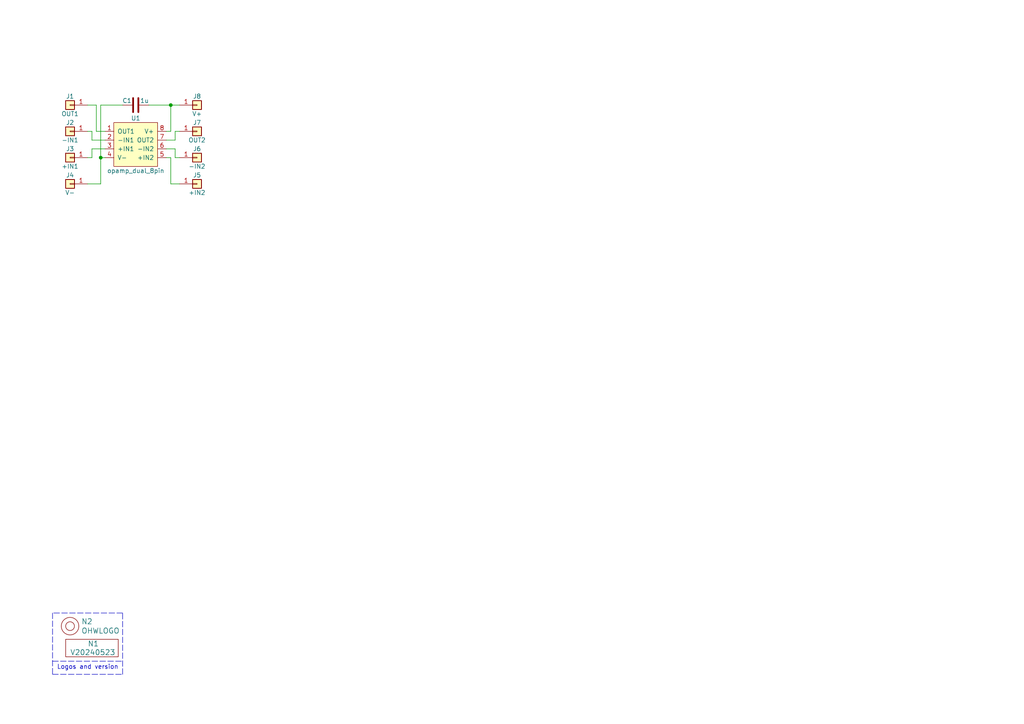
<source format=kicad_sch>
(kicad_sch (version 20230121) (generator eeschema)
  (paper "A4")
  (lib_symbols
    (symbol "Connector_Generic:Conn_01x01" (pin_names (offset 1.016) hide)
      (property "Reference" "J" (at 0 2.54 0))
      (property "Value" "Conn_01x01" (at 0 -2.54 0))
      (symbol "Conn_01x01_1_1"
        (rectangle (start -1.27 0.127) (end 0 -0.127) (stroke (width 0.1524)))
        (rectangle (start -1.27 1.27) (end 1.27 -1.27) (stroke (width 0.254)) (fill (type background)))
        (pin passive line (at -5.08 0 0) (length 3.81) (name "Pin_1") (number "1"))
      )
    )
    (symbol "Device:C" (pin_numbers hide) (pin_names (offset 0.254))
      (property "Reference" "C" (at 0.635 2.54 0))
      (property "Value" "C" (at 0.635 -2.54 0))
      (symbol "C_0_1"
        (polyline (pts (xy -2.032 -0.762) (xy 2.032 -0.762)) (stroke (width 0.508)))
        (polyline (pts (xy -2.032 0.762) (xy 2.032 0.762)) (stroke (width 0.508)))
      )
      (symbol "C_1_1"
        (pin passive line (at 0 3.81 270) (length 2.794) (name "~") (number "1"))
        (pin passive line (at 0 -3.81 90) (length 2.794) (name "~") (number "2"))
      )
    )
    (symbol "SquantorGenericAnalog:opamp_dual_8pin" (pin_names (offset 1.016))
      (property "Reference" "U" (at 0 7.62 0))
      (property "Value" "opamp_dual_8pin" (at 0 -7.62 0))
      (symbol "opamp_dual_8pin_0_1"
        (rectangle (start -6.35 6.35) (end 6.35 -6.35) (fill (type background)))
      )
      (symbol "opamp_dual_8pin_1_1"
        (pin output line (at -8.89 3.81 0) (length 2.54) (name "OUT1") (number "1"))
        (pin input line (at -8.89 1.27 0) (length 2.54) (name "-IN1") (number "2"))
        (pin input line (at -8.89 -1.27 0) (length 2.54) (name "+IN1") (number "3"))
        (pin power_in line (at -8.89 -3.81 0) (length 2.54) (name "V-") (number "4"))
        (pin input line (at 8.89 -3.81 180) (length 2.54) (name "+IN2") (number "5"))
        (pin input line (at 8.89 -1.27 180) (length 2.54) (name "-IN2") (number "6"))
        (pin output line (at 8.89 1.27 180) (length 2.54) (name "OUT2") (number "7"))
        (pin power_in line (at 8.89 3.81 180) (length 2.54) (name "V+") (number "8"))
      )
    )
    (symbol "SquantorLabels:OHWLOGO" (pin_names (offset 1.016))
      (property "Reference" "N" (at 0 3.81 0))
      (property "Value" "SquantorLabels_OHWLOGO" (at 0 -3.81 0))
      (symbol "OHWLOGO_0_1"
        (circle (center 0 0) (radius 1.27))
        (circle (center 0 0) (radius 2.54))
      )
    )
    (symbol "SquantorLabels:VYYYYMMDD" (pin_names (offset 1.016))
      (property "Reference" "N" (at 0 2.54 0))
      (property "Value" "SquantorLabels_VYYYYMMDD" (at 0 0 0))
      (symbol "VYYYYMMDD_0_1"
        (rectangle (start 7.62 -1.27) (end -7.62 3.81))
      )
    )
  )
  (junction (at 29.21 45.72))
  (junction (at 49.53 30.48))
  (wire (pts (xy 26.67 40.64) (xy 26.67 38.1)))
  (wire (pts (xy 49.53 30.48) (xy 52.07 30.48)))
  (polyline (pts (xy 15.24 191.77) (xy 35.56 191.77)) (stroke (width 0) (type dash)))
  (wire (pts (xy 26.67 45.72) (xy 25.4 45.72)))
  (wire (pts (xy 27.94 38.1) (xy 27.94 30.48)))
  (wire (pts (xy 29.21 30.48) (xy 35.56 30.48)))
  (polyline (pts (xy 35.56 195.58) (xy 35.56 177.8)) (stroke (width 0) (type dash)))
  (wire (pts (xy 48.26 38.1) (xy 49.53 38.1)))
  (wire (pts (xy 43.18 30.48) (xy 49.53 30.48)))
  (wire (pts (xy 49.53 53.34) (xy 52.07 53.34)))
  (wire (pts (xy 29.21 45.72) (xy 29.21 53.34)))
  (wire (pts (xy 48.26 43.18) (xy 50.8 43.18)))
  (wire (pts (xy 48.26 40.64) (xy 50.8 40.64)))
  (wire (pts (xy 49.53 45.72) (xy 49.53 53.34)))
  (wire (pts (xy 50.8 43.18) (xy 50.8 45.72)))
  (polyline (pts (xy 15.24 195.58) (xy 35.56 195.58)) (stroke (width 0) (type dash)))
  (wire (pts (xy 30.48 40.64) (xy 26.67 40.64)))
  (wire (pts (xy 27.94 30.48) (xy 25.4 30.48)))
  (wire (pts (xy 50.8 45.72) (xy 52.07 45.72)))
  (polyline (pts (xy 15.24 177.8) (xy 15.24 195.58)) (stroke (width 0) (type dash)))
  (wire (pts (xy 29.21 45.72) (xy 29.21 30.48)))
  (wire (pts (xy 30.48 38.1) (xy 27.94 38.1)))
  (wire (pts (xy 50.8 38.1) (xy 52.07 38.1)))
  (wire (pts (xy 48.26 45.72) (xy 49.53 45.72)))
  (wire (pts (xy 50.8 40.64) (xy 50.8 38.1)))
  (wire (pts (xy 26.67 38.1) (xy 25.4 38.1)))
  (wire (pts (xy 30.48 45.72) (xy 29.21 45.72)))
  (wire (pts (xy 26.67 43.18) (xy 26.67 45.72)))
  (wire (pts (xy 29.21 53.34) (xy 25.4 53.34)))
  (wire (pts (xy 49.53 30.48) (xy 49.53 38.1)))
  (wire (pts (xy 30.48 43.18) (xy 26.67 43.18)))
  (polyline (pts (xy 35.56 177.8) (xy 15.24 177.8)) (stroke (width 0) (type dash)))
  (text "Logos and version" (at 16.51 194.31 0) (effects (font (size 1.27 1.27)) (justify left bottom)))
  (symbol (lib_id "SquantorLabels:VYYYYMMDD") (at 26.67 189.23 0) (unit 1)
    (property "Reference" "N1" (at 25.4 186.69 0) (effects (font (size 1.524 1.524)) (justify left)))
    (property "Value" "V20240523" (at 20.32 189.23 0) (effects (font (size 1.524 1.524)) (justify left)))
    (property "Footprint" "SquantorLabels:Label_Generic" (effects hide))
  )
  (symbol (lib_id "SquantorLabels:OHWLOGO") (at 20.32 181.61 0) (unit 1)
    (property "Reference" "N2" (at 23.5712 180.2638 0) (effects (font (size 1.524 1.524)) (justify left)))
    (property "Value" "OHWLOGO" (at 23.5712 182.9562 0) (effects (font (size 1.524 1.524)) (justify left)))
    (property "Footprint" "Symbol:OSHW-Symbol_6.7x6mm_SilkScreen" (effects hide))
  )
  (symbol (lib_id "Connector_Generic:Conn_01x01") (at 20.32 38.1 180) (unit 1)
    (property "Reference" "J2" (at 20.32 35.56 0))
    (property "Value" "-IN1" (at 20.32 40.64 0))
    (property "Footprint" "mill-max:PC_pin_nail_head_6092" (effects hide))
  )
  (symbol (lib_id "Connector_Generic:Conn_01x01") (at 20.32 30.48 180) (unit 1)
    (property "Reference" "J1" (at 20.32 27.94 0))
    (property "Value" "OUT1" (at 20.32 33.02 0))
    (property "Footprint" "mill-max:PC_pin_nail_head_6092" (effects hide))
  )
  (symbol (lib_id "Connector_Generic:Conn_01x01") (at 20.32 45.72 0) (mirror y) (unit 1)
    (property "Reference" "J3" (at 20.32 43.18 0))
    (property "Value" "+IN1" (at 20.32 48.26 0))
    (property "Footprint" "mill-max:PC_pin_nail_head_6092" (effects hide))
  )
  (symbol (lib_id "Connector_Generic:Conn_01x01") (at 20.32 53.34 0) (mirror y) (unit 1)
    (property "Reference" "J4" (at 20.32 50.8 0))
    (property "Value" "V-" (at 20.32 55.88 0))
    (property "Footprint" "mill-max:PC_pin_nail_head_6092" (effects hide))
  )
  (symbol (lib_id "Connector_Generic:Conn_01x01") (at 57.15 53.34 0) (unit 1)
    (property "Reference" "J5" (at 57.15 50.8 0))
    (property "Value" "+IN2" (at 57.15 55.88 0))
    (property "Footprint" "mill-max:PC_pin_nail_head_6092" (effects hide))
  )
  (symbol (lib_id "Connector_Generic:Conn_01x01") (at 57.15 45.72 0) (mirror x) (unit 1)
    (property "Reference" "J6" (at 57.15 43.18 0))
    (property "Value" "-IN2" (at 57.15 48.26 0))
    (property "Footprint" "mill-max:PC_pin_nail_head_6092" (effects hide))
  )
  (symbol (lib_id "Connector_Generic:Conn_01x01") (at 57.15 30.48 0) (mirror x) (unit 1)
    (property "Reference" "J8" (at 57.15 27.94 0))
    (property "Value" "V+" (at 57.15 33.02 0))
    (property "Footprint" "mill-max:PC_pin_nail_head_6092" (effects hide))
  )
  (symbol (lib_id "Connector_Generic:Conn_01x01") (at 57.15 38.1 0) (mirror x) (unit 1)
    (property "Reference" "J7" (at 57.15 35.56 0))
    (property "Value" "OUT2" (at 57.15 40.64 0))
    (property "Footprint" "mill-max:PC_pin_nail_head_6092" (effects hide))
  )
  (symbol (lib_id "SquantorGenericAnalog:opamp_dual_8pin") (at 39.37 41.91 0) (unit 1)
    (property "Reference" "U1" (at 39.37 34.29 0))
    (property "Value" "opamp_dual_8pin" (at 39.37 49.53 0))
    (property "Footprint" "Package_DIP:DIP-8_W7.62mm_Socket" (effects hide))
  )
  (symbol (lib_id "Device:C") (at 39.37 30.48 90) (unit 1)
    (property "Reference" "C1" (at 36.83 29.21 90))
    (property "Value" "1u" (at 41.91 29.21 90))
    (property "Footprint" "SquantorCapacitor:C-050-050X100-0805-3516-film" (effects hide))
  )
)
</source>
